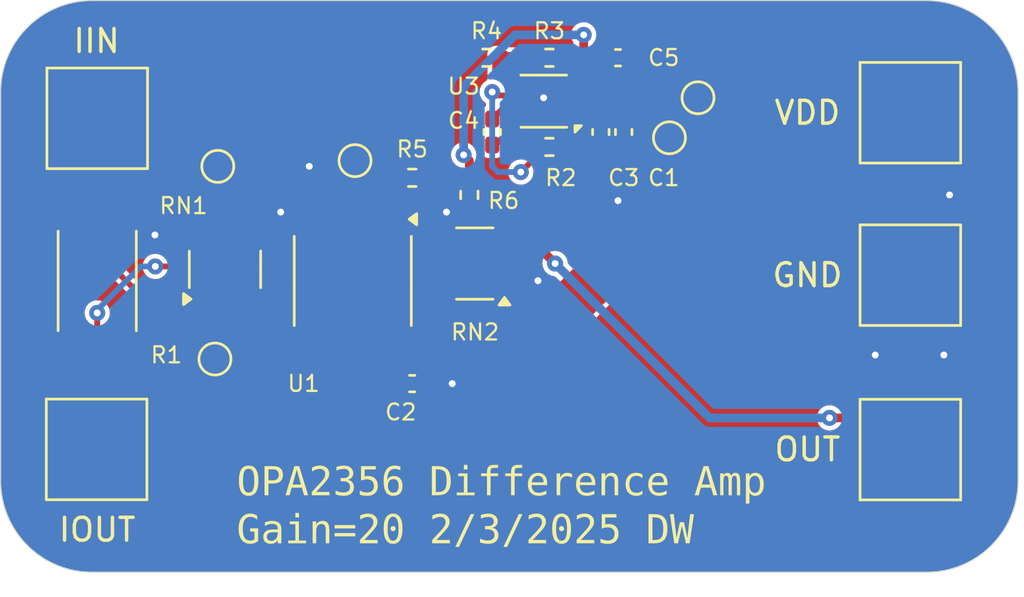
<source format=kicad_pcb>
(kicad_pcb (version 20240108) (generator "pcbnew") (generator_version "8.0")
  (layers (0 "F.Cu" signal) (31 "B.Cu" signal) (34 "B.Paste" user) (35 "F.Paste" user) (36 "B.SilkS" user "B.Silkscreen") (37 "F.SilkS" user "F.Silkscreen") (38 "B.Mask" user) (39 "F.Mask" user) (44 "Edge.Cuts" user))
  (net 0 "")
  (net 1 "GND")
  (net 2 "/OUT")
  (net 3 "/IIN")
  (net 4 "/IOUT")
  (net 5 "Net-(RN1A-RMID1)")
  (net 6 "Net-(RN1B-RMID2)")
  (net 10 "Net-(RN2B-RMID2)")
  (net 13 "/RG1_FB")
  (net 14 "+3V3")
  (net 15 "-3V3")
  (net 16 "/CPOUT")
  (net 17 "/C+")
  (net 18 "/C-")
  (net 19 "/VFB")
  (net 20 "/EN")
  (footprint "Capacitor_SMD:C_0402_1005Metric_Pad0.74x0.62mm_HandSolder" (layer "F.Cu") (at 115.75 57.75 90)
    (property "Reference" "C3" (at -2 1 0) (layer "F.SilkS") (effects (font (size 0.7 0.7) (thickness 0.1))))
    (property "Value" "4u7")
    (fp_line (start -0.115835 -0.36) (end 0.115835 -0.36) (stroke (width 0.12)) (layer "F.SilkS"))
    (fp_line (start -0.115835 0.36) (end 0.115835 0.36) (stroke (width 0.12)) (layer "F.SilkS"))
    (pad "1" smd roundrect (at -0.5675 0 90) (size 0.735 0.62) (layers "F.Cu" "F.Paste" "F.Mask") (net 14 "+3V3"))
    (pad "2" smd roundrect (at 0.5675 0 90) (size 0.735 0.62) (layers "F.Cu" "F.Paste" "F.Mask") (net 1 "GND"))
  )
  (footprint "Package_TO_SOT_SMD:SOT-23-8" (layer "F.Cu") (at 99.314 63.754 90)
    (property "Reference" "RN1" (at 2.779 -1.814 0) (layer "F.SilkS") (effects (font (size 0.7 0.7) (thickness 0.1) (bold yes))))
    (property "Value" "RES11AXX")
    (fp_line (start 0 -1.56) (end 0.8 -1.56) (stroke (width 0.12)) (layer "F.SilkS"))
    (fp_line (start 0 -1.56) (end -0.8 -1.56) (stroke (width 0.12)) (layer "F.SilkS"))
    (fp_line (start 0 1.56) (end 0.8 1.56) (stroke (width 0.12)) (layer "F.SilkS"))
    (fp_line (start 0 1.56) (end -0.8 1.56) (stroke (width 0.12)) (layer "F.SilkS"))
    (fp_poly (pts (xy -1.3 -1.485) (xy -1.54 -1.815) (xy -1.06 -1.815) (xy -1.3 -1.485)) (stroke (width 0.12)) (fill solid) (layer "F.SilkS"))
    (pad "1" smd roundrect (at -1.1375 -0.975 90) (size 1.325 0.5) (layers "F.Cu" "F.Paste" "F.Mask") (net 3 "/IIN"))
    (pad "2" smd roundrect (at -1.1375 -0.325 90) (size 1.325 0.5) (layers "F.Cu" "F.Paste" "F.Mask") (net 5 "Net-(RN1A-RMID1)"))
    (pad "3" smd roundrect (at -1.1375 0.325 90) (size 1.325 0.5) (layers "F.Cu" "F.Paste" "F.Mask") (net 13 "/RG1_FB"))
    (pad "4" smd roundrect (at -1.1375 0.975 90) (size 1.325 0.5) (layers "F.Cu" "F.Paste" "F.Mask"))
    (pad "5" smd roundrect (at 1.1375 0.975 90) (size 1.325 0.5) (layers "F.Cu" "F.Paste" "F.Mask") (net 1 "GND"))
    (pad "6" smd roundrect (at 1.1375 0.325 90) (size 1.325 0.5) (layers "F.Cu" "F.Paste" "F.Mask") (net 6 "Net-(RN1B-RMID2)"))
    (pad "7" smd roundrect (at 1.1375 -0.325 90) (size 1.325 0.5) (layers "F.Cu" "F.Paste" "F.Mask") (net 4 "/IOUT"))
    (pad "8" smd roundrect (at 1.1375 -0.975 90) (size 1.325 0.5) (layers "F.Cu" "F.Paste" "F.Mask") (net 1 "GND"))
  )
  (footprint "Resistor_SMD:R_0402_1005Metric_Pad0.72x0.64mm_HandSolder" (layer "F.Cu") (at 110 60.5 90)
    (property "Reference" "R6" (at -0.25 1.5 0) (layer "F.SilkS") (effects (font (size 0.7 0.7) (thickness 0.1))))
    (property "Value" "800R")
    (fp_line (start -0.167621 -0.38) (end 0.167621 -0.38) (stroke (width 0.12)) (layer "F.SilkS"))
    (fp_line (start -0.167621 0.38) (end 0.167621 0.38) (stroke (width 0.12)) (layer "F.SilkS"))
    (pad "1" smd roundrect (at -0.5975 0 90) (size 0.715 0.64) (layers "F.Cu" "F.Paste" "F.Mask") (net 2 "/OUT"))
    (pad "2" smd roundrect (at 0.5975 0 90) (size 0.715 0.64) (layers "F.Cu" "F.Paste" "F.Mask") (net 15 "-3V3"))
  )
  (footprint "TestPoint:TestPoint_Pad_D1.0mm" (layer "F.Cu") (at 98.875 67.675)
    (property "Reference" "TP2" (hide yes))
    (property "Value" "TestPoint")
    (fp_circle (center 0 0) (end 0 0.7) (stroke (width 0.12)) (fill none) (layer "F.SilkS"))
    (pad "1" smd circle (at 0 0) (size 1 1) (layers "F.Cu" "F.Mask") (net 3 "/IIN"))
  )
  (footprint "Resistor_SMD:R_0402_1005Metric_Pad0.72x0.64mm_HandSolder" (layer "F.Cu") (at 110.75 54.5)
    (property "Reference" "R4" (at 0 -1.17 0) (layer "F.SilkS") (effects (font (size 0.7 0.7) (thickness 0.1))))
    (property "Value" "51k")
    (fp_line (start -0.167621 -0.38) (end 0.167621 -0.38) (stroke (width 0.12)) (layer "F.SilkS"))
    (fp_line (start -0.167621 0.38) (end 0.167621 0.38) (stroke (width 0.12)) (layer "F.SilkS"))
    (pad "1" smd roundrect (at -0.5975 0) (size 0.715 0.64) (layers "F.Cu" "F.Paste" "F.Mask") (net 1 "GND"))
    (pad "2" smd roundrect (at 0.5975 0) (size 0.715 0.64) (layers "F.Cu" "F.Paste" "F.Mask") (net 19 "/VFB"))
  )
  (footprint "TestPoint:TestPoint_Pad_D1.0mm" (layer "F.Cu") (at 120 56.25)
    (property "Reference" "TP4" (hide yes))
    (property "Value" "TestPoint")
    (fp_circle (center 0 0) (end 0 0.7) (stroke (width 0.12)) (fill none) (layer "F.SilkS"))
    (pad "1" smd circle (at 0 0) (size 1 1) (layers "F.Cu" "F.Mask") (net 15 "-3V3"))
  )
  (footprint "TestPoint:TestPoint_Pad_4.0x4.0mm" (layer "F.Cu") (at 93.726 57.15 -90)
    (property "Reference" "J3" (hide yes))
    (property "Value" "IIN" (at -3.382 0.028 180) (layer "F.SilkS"))
    (fp_line (start -2.2 2.2) (end -2.2 -2.2) (stroke (width 0.12)) (layer "F.SilkS"))
    (fp_line (start 2.2 2.2) (end -2.2 2.2) (stroke (width 0.12)) (layer "F.SilkS"))
    (fp_line (start -2.2 -2.2) (end 2.2 -2.2) (stroke (width 0.12)) (layer "F.SilkS"))
    (fp_line (start 2.2 -2.2) (end 2.2 2.2) (stroke (width 0.12)) (layer "F.SilkS"))
    (pad "1" smd rect (at 0 0 270) (size 4 4) (layers "F.Cu" "F.Mask") (net 3 "/IIN"))
  )
  (footprint "TestPoint:TestPoint_Pad_D1.0mm" (layer "F.Cu") (at 99 59.25)
    (property "Reference" "TP3" (hide yes))
    (property "Value" "TestPoint")
    (fp_circle (center 0 0) (end 0 0.7) (stroke (width 0.12)) (fill none) (layer "F.SilkS"))
    (pad "1" smd circle (at 0 0) (size 1 1) (layers "F.Cu" "F.Mask") (net 4 "/IOUT"))
  )
  (footprint "Package_TO_SOT_SMD:SOT-23-8" (layer "F.Cu") (at 110.236 63.5 180)
    (property "Reference" "RN2" (at -0.014 -3 180) (layer "F.SilkS") (effects (font (size 0.7 0.7) (thickness 0.1))))
    (property "Value" "RES11AXX")
    (fp_line (start 0 1.56) (end 0.8 1.56) (stroke (width 0.12)) (layer "F.SilkS"))
    (fp_line (start 0 1.56) (end -0.8 1.56) (stroke (width 0.12)) (layer "F.SilkS"))
    (fp_line (start 0 -1.56) (end 0.8 -1.56) (stroke (width 0.12)) (layer "F.SilkS"))
    (fp_line (start 0 -1.56) (end -0.8 -1.56) (stroke (width 0.12)) (layer "F.SilkS"))
    (fp_poly (pts (xy -1.3 -1.485) (xy -1.54 -1.815) (xy -1.06 -1.815) (xy -1.3 -1.485)) (stroke (width 0.12)) (fill solid) (layer "F.SilkS"))
    (pad "1" smd roundrect (at -1.1375 -0.975 180) (size 1.325 0.5) (layers "F.Cu" "F.Paste" "F.Mask"))
    (pad "2" smd roundrect (at -1.1375 -0.325 180) (size 1.325 0.5) (layers "F.Cu" "F.Paste" "F.Mask"))
    (pad "3" smd roundrect (at -1.1375 0.325 180) (size 1.325 0.5) (layers "F.Cu" "F.Paste" "F.Mask"))
    (pad "4" smd roundrect (at -1.1375 0.975 180) (size 1.325 0.5) (layers "F.Cu" "F.Paste" "F.Mask"))
    (pad "5" smd roundrect (at 1.1375 0.975 180) (size 1.325 0.5) (layers "F.Cu" "F.Paste" "F.Mask") (net 1 "GND"))
    (pad "6" smd roundrect (at 1.1375 0.325 180) (size 1.325 0.5) (layers "F.Cu" "F.Paste" "F.Mask") (net 10 "Net-(RN2B-RMID2)"))
    (pad "7" smd roundrect (at 1.1375 -0.325 180) (size 1.325 0.5) (layers "F.Cu" "F.Paste" "F.Mask") (net 2 "/OUT"))
    (pad "8" smd roundrect (at 1.1375 -0.975 180) (size 1.325 0.5) (layers "F.Cu" "F.Paste" "F.Mask") (net 1 "GND"))
  )
  (footprint "TestPoint:TestPoint_Pad_D1.0mm" (layer "F.Cu") (at 105 59)
    (property "Reference" "TP1" (hide yes))
    (property "Value" "TestPoint")
    (fp_circle (center 0 0) (end 0 0.7) (stroke (width 0.12)) (fill none) (layer "F.SilkS"))
    (pad "1" smd circle (at 0 0) (size 1 1) (layers "F.Cu" "F.Mask") (net 13 "/RG1_FB"))
  )
  (footprint "Fiducial:Fiducial_0.5mm_Mask1mm" (layer "F.Cu") (at 97.75 75.75)
    (property "Reference" "FID1" (hide yes))
    (property "Value" "Fiducial")
    (pad "" smd circle (at 0 0) (size 0.5 0.5) (layers "F.Cu" "F.Mask") (clearance 0.25))
  )
  (footprint "TestPoint:TestPoint_Pad_4.0x4.0mm" (layer "F.Cu") (at 129.286 64.008)
    (property "Reference" "J2" (hide yes))
    (property "Value" "GND" (at -4.5 0 0) (layer "F.SilkS"))
    (fp_line (start -2.2 -2.2) (end 2.2 -2.2) (stroke (width 0.12)) (layer "F.SilkS"))
    (fp_line (start -2.2 2.2) (end -2.2 -2.2) (stroke (width 0.12)) (layer "F.SilkS"))
    (fp_line (start 2.2 -2.2) (end 2.2 2.2) (stroke (width 0.12)) (layer "F.SilkS"))
    (fp_line (start 2.2 2.2) (end -2.2 2.2) (stroke (width 0.12)) (layer "F.SilkS"))
    (pad "1" smd rect (at 0 0) (size 4 4) (layers "F.Cu" "F.Mask") (net 1 "GND"))
  )
  (footprint "Capacitor_SMD:C_0402_1005Metric_Pad0.74x0.62mm_HandSolder" (layer "F.Cu") (at 111 57.75 90)
    (property "Reference" "C4" (at 0.5 -1.25 0) (layer "F.SilkS") (effects (font (size 0.7 0.7) (thickness 0.1))))
    (property "Value" "1u")
    (fp_line (start -0.115835 -0.36) (end 0.115835 -0.36) (stroke (width 0.12)) (layer "F.SilkS"))
    (fp_line (start -0.115835 0.36) (end 0.115835 0.36) (stroke (width 0.12)) (layer "F.SilkS"))
    (pad "1" smd roundrect (at -0.5675 0 90) (size 0.735 0.62) (layers "F.Cu" "F.Paste" "F.Mask") (net 17 "/C+"))
    (pad "2" smd roundrect (at 0.5675 0 90) (size 0.735 0.62) (layers "F.Cu" "F.Paste" "F.Mask") (net 18 "/C-"))
  )
  (footprint "TestPoint:TestPoint_Pad_D1.0mm" (layer "F.Cu") (at 118.75 58)
    (property "Reference" "TP5" (hide yes))
    (property "Value" "TestPoint")
    (fp_circle (center 0 0) (end 0 0.7) (stroke (width 0.12)) (fill none) (layer "F.SilkS"))
    (pad "1" smd circle (at 0 0) (size 1 1) (layers "F.Cu" "F.Mask") (net 16 "/CPOUT"))
  )
  (footprint "TestPoint:TestPoint_Pad_4.0x4.0mm" (layer "F.Cu") (at 93.7 71.628)
    (property "Reference" "J4" (hide yes))
    (property "Value" "IOUT" (at 0.026 3.514 180) (layer "F.SilkS"))
    (fp_line (start -2.2 -2.2) (end 2.2 -2.2) (stroke (width 0.12)) (layer "F.SilkS"))
    (fp_line (start -2.2 2.2) (end -2.2 -2.2) (stroke (width 0.12)) (layer "F.SilkS"))
    (fp_line (start 2.2 -2.2) (end 2.2 2.2) (stroke (width 0.12)) (layer "F.SilkS"))
    (fp_line (start 2.2 2.2) (end -2.2 2.2) (stroke (width 0.12)) (layer "F.SilkS"))
    (pad "1" smd rect (at 0 0) (size 4 4) (layers "F.Cu" "F.Mask") (net 4 "/IOUT"))
  )
  (footprint "Capacitor_SMD:C_0402_1005Metric_Pad0.74x0.62mm_HandSolder" (layer "F.Cu") (at 116.75 57.75 -90)
    (property "Reference" "C1" (at 2 -1.75 180) (layer "F.SilkS") (effects (font (size 0.7 0.7) (thickness 0.1))))
    (property "Value" "4u7")
    (fp_line (start -0.115835 0.36) (end 0.115835 0.36) (stroke (width 0.12)) (layer "F.SilkS"))
    (fp_line (start -0.115835 -0.36) (end 0.115835 -0.36) (stroke (width 0.12)) (layer "F.SilkS"))
    (pad "1" smd roundrect (at -0.5675 0 270) (size 0.735 0.62) (layers "F.Cu" "F.Paste" "F.Mask") (net 16 "/CPOUT"))
    (pad "2" smd roundrect (at 0.5675 0 270) (size 0.735 0.62) (layers "F.Cu" "F.Paste" "F.Mask") (net 1 "GND"))
  )
  (footprint "Fiducial:Fiducial_0.5mm_Mask1mm" (layer "F.Cu") (at 97.75 53.25)
    (property "Reference" "FID2" (hide yes))
    (property "Value" "Fiducial")
    (pad "" smd circle (at 0 0) (size 0.5 0.5) (layers "F.Cu" "F.Mask") (clearance 0.25))
  )
  (footprint "Capacitor_SMD:C_0402_1005Metric_Pad0.74x0.62mm_HandSolder" (layer "F.Cu") (at 107.5 68.75)
    (property "Reference" "C2" (at -0.5 1.25 0) (layer "F.SilkS") (effects (font (size 0.7 0.7) (thickness 0.1))))
    (property "Value" "100n")
    (fp_line (start -0.115835 -0.36) (end 0.115835 -0.36) (stroke (width 0.12)) (layer "F.SilkS"))
    (fp_line (start -0.115835 0.36) (end 0.115835 0.36) (stroke (width 0.12)) (layer "F.SilkS"))
    (pad "1" smd roundrect (at -0.5675 0) (size 0.735 0.62) (layers "F.Cu" "F.Paste" "F.Mask") (net 14 "+3V3"))
    (pad "2" smd roundrect (at 0.5675 0) (size 0.735 0.62) (layers "F.Cu" "F.Paste" "F.Mask") (net 1 "GND"))
  )
  (footprint "Resistor_SMD:R_0402_1005Metric_Pad0.72x0.64mm_HandSolder" (layer "F.Cu") (at 113.5 58.4 180)
    (property "Reference" "R2" (at -0.5 -1.35 180) (layer "F.SilkS") (effects (font (size 0.7 0.7) (thickness 0.1))))
    (property "Value" "2k")
    (fp_line (start -0.167621 0.38) (end 0.167621 0.38) (stroke (width 0.12)) (layer "F.SilkS"))
    (fp_line (start -0.167621 -0.38) (end 0.167621 -0.38) (stroke (width 0.12)) (layer "F.SilkS"))
    (pad "1" smd roundrect (at -0.5975 0 180) (size 0.715 0.64) (layers "F.Cu" "F.Paste" "F.Mask") (net 14 "+3V3"))
    (pad "2" smd roundrect (at 0.5975 0 180) (size 0.715 0.64) (layers "F.Cu" "F.Paste" "F.Mask") (net 20 "/EN"))
  )
  (footprint "Capacitor_SMD:C_0402_1005Metric_Pad0.74x0.62mm_HandSolder" (layer "F.Cu") (at 116.5 54.5)
    (property "Reference" "C5" (at 2 0 360) (layer "F.SilkS") (effects (font (size 0.7 0.7) (thickness 0.1))))
    (property "Value" "4u7")
    (fp_line (start -0.115835 -0.36) (end 0.115835 -0.36) (stroke (width 0.12)) (layer "F.SilkS"))
    (fp_line (start -0.115835 0.36) (end 0.115835 0.36) (stroke (width 0.12)) (layer "F.SilkS"))
    (pad "1" smd roundrect (at -0.5675 0) (size 0.735 0.62) (layers "F.Cu" "F.Paste" "F.Mask") (net 15 "-3V3"))
    (pad "2" smd roundrect (at 0.5675 0) (size 0.735 0.62) (layers "F.Cu" "F.Paste" "F.Mask") (net 1 "GND"))
  )
  (footprint "TestPoint:TestPoint_Pad_4.0x4.0mm" (layer "F.Cu") (at 129.286 71.6365 -90)
    (property "Reference" "J5" (hide yes))
    (property "Value" "OUT" (at -0.0085 4.5 180) (layer "F.SilkS"))
    (fp_line (start -2.2 2.2) (end -2.2 -2.2) (stroke (width 0.12)) (layer "F.SilkS"))
    (fp_line (start 2.2 2.2) (end -2.2 2.2) (stroke (width 0.12)) (layer "F.SilkS"))
    (fp_line (start -2.2 -2.2) (end 2.2 -2.2) (stroke (width 0.12)) (layer "F.SilkS"))
    (fp_line (start 2.2 -2.2) (end 2.2 2.2) (stroke (width 0.12)) (layer "F.SilkS"))
    (pad "1" smd rect (at 0 0 270) (size 4 4) (layers "F.Cu" "F.Mask") (net 2 "/OUT"))
  )
  (footprint "TestPoint:TestPoint_Pad_4.0x4.0mm" (layer "F.Cu") (at 129.286 56.9045)
    (property "Reference" "J1" (hide yes))
    (property "Value" "VDD" (at -4.5 0 0) (layer "F.SilkS"))
    (fp_line (start -2.2 -2.2) (end 2.2 -2.2) (stroke (width 0.12)) (layer "F.SilkS"))
    (fp_line (start -2.2 2.2) (end -2.2 -2.2) (stroke (width 0.12)) (layer "F.SilkS"))
    (fp_line (start 2.2 -2.2) (end 2.2 2.2) (stroke (width 0.12)) (layer "F.SilkS"))
    (fp_line (start 2.2 2.2) (end -2.2 2.2) (stroke (width 0.12)) (layer "F.SilkS"))
    (pad "1" smd rect (at 0 0) (size 4 4) (layers "F.Cu" "F.Mask") (net 14 "+3V3"))
  )
  (footprint "Resistor_SMD:R_2512_6332Metric_Pad1.40x3.35mm_HandSolder" (layer "F.Cu") (at 93.726 64.262 -90)
    (property "Reference" "R1" (at 3.238 -3.024 180) (layer "F.SilkS") (effects (font (size 0.7 0.7) (thickness 0.1))))
    (property "Value" "RSENSE")
    (fp_line (start -2.177064 1.71) (end 2.177064 1.71) (stroke (width 0.12)) (layer "F.SilkS"))
    (fp_line (start -2.177064 -1.71) (end 2.177064 -1.71) (stroke (width 0.12)) (layer "F.SilkS"))
    (pad "1" smd roundrect (at -3.05 0 270) (size 1.4 3.35) (layers "F.Cu" "F.Paste" "F.Mask") (roundrect_rratio 0.178571) (net 3 "/IIN"))
    (pad "2" smd roundrect (at 3.05 0 270) (size 1.4 3.35) (layers "F.Cu" "F.Paste" "F.Mask") (roundrect_rratio 0.178571) (net 4 "/IOUT"))
  )
  (footprint "Package_SO:SOIC-8_3.9x4.9mm_P1.27mm" (layer "F.Cu") (at 104.902 64.262 -90)
    (property "Reference" "U1" (at 4.488 2.152 180) (layer "F.SilkS") (effects (font (size 0.7 0.7) (thickness 0.1))))
    (property "Value" "OPA2356xxD")
    (fp_line (start 0 2.56) (end -1.95 2.56) (stroke (width 0.12)) (layer "F.SilkS"))
    (fp_line (start 0 2.56) (end 1.95 2.56) (stroke (width 0.12)) (layer "F.SilkS"))
    (fp_line (start 0 -2.56) (end -1.95 -2.56) (stroke (width 0.12)) (layer "F.SilkS"))
    (fp_line (start 0 -2.56) (end 1.95 -2.56) (stroke (width 0.12)) (layer "F.SilkS"))
    (fp_poly (pts (xy -2.7 -2.465) (xy -2.94 -2.795) (xy -2.46 -2.795) (xy -2.7 -2.465)) (stroke (width 0.12)) (fill solid) (layer "F.SilkS"))
    (pad "1" smd roundrect (at -2.475 -1.905 270) (size 1.95 0.6) (layers "F.Cu" "F.Paste" "F.Mask") (net 13 "/RG1_FB"))
    (pad "2" smd roundrect (at -2.475 -0.635 270) (size 1.95 0.6) (layers "F.Cu" "F.Paste" "F.Mask") (net 5 "Net-(RN1A-RMID1)"))
    (pad "3" smd roundrect (at -2.475 0.635 270) (size 1.95 0.6) (layers "F.Cu" "F.Paste" "F.Mask") (net 6 "Net-(RN1B-RMID2)"))
    (pad "4" smd roundrect (at -2.475 1.905 270) (size 1.95 0.6) (layers "F.Cu" "F.Paste" "F.Mask") (net 1 "GND"))
    (pad "5" smd roundrect (at 2.475 1.905 270) (size 1.95 0.6) (layers "F.Cu" "F.Paste" "F.Mask") (net 13 "/RG1_FB"))
    (pad "6" smd roundrect (at 2.475 0.635 270) (size 1.95 0.6) (layers "F.Cu" "F.Paste" "F.Mask") (net 10 "Net-(RN2B-RMID2)"))
    (pad "7" smd roundrect (at 2.475 -0.635 270) (size 1.95 0.6) (layers "F.Cu" "F.Paste" "F.Mask") (net 2 "/OUT"))
    (pad "8" smd roundrect (at 2.475 -1.905 270) (size 1.95 0.6) (layers "F.Cu" "F.Paste" "F.Mask") (net 14 "+3V3"))
  )
  (footprint "Resistor_SMD:R_0402_1005Metric_Pad0.72x0.64mm_HandSolder" (layer "F.Cu") (at 113.5 54.5)
    (property "Reference" "R3" (at 0 -1.17 0) (layer "F.SilkS") (effects (font (size 0.7 0.7) (thickness 0.1))))
    (property "Value" "86.6k")
    (fp_line (start -0.167621 -0.38) (end 0.167621 -0.38) (stroke (width 0.12)) (layer "F.SilkS"))
    (fp_line (start -0.167621 0.38) (end 0.167621 0.38) (stroke (width 0.12)) (layer "F.SilkS"))
    (pad "1" smd roundrect (at -0.5975 0) (size 0.715 0.64) (layers "F.Cu" "F.Paste" "F.Mask") (net 19 "/VFB"))
    (pad "2" smd roundrect (at 0.5975 0) (size 0.715 0.64) (layers "F.Cu" "F.Paste" "F.Mask") (net 15 "-3V3"))
  )
  (footprint "Fiducial:Fiducial_0.5mm_Mask1mm" (layer "F.Cu") (at 129.5 75.75)
    (property "Reference" "FID3" (hide yes))
    (property "Value" "Fiducial")
    (pad "" smd circle (at 0 0) (size 0.5 0.5) (layers "F.Cu" "F.Mask") (clearance 0.25))
  )
  (footprint "Package_SON:WSON-8-1EP_2x2mm_P0.5mm_EP0.9x1.6mm" (layer "F.Cu") (at 113.25 56.4 180)
    (property "Reference" "U3" (at 3.5 0.65 180) (layer "F.SilkS") (effects (font (size 0.7 0.7) (thickness 0.1))))
    (property "Value" "LM27761")
    (fp_line (start -1 1.14) (end 1 1.14) (stroke (width 0.12)) (layer "F.SilkS"))
    (fp_line (start -1.01 -1.14) (end 0.99 -1.14) (stroke (width 0.12)) (layer "F.SilkS"))
    (fp_poly (pts (xy -1.37 -1.07) (xy -1.65 -1.07) (xy -1.37 -1.35) (xy -1.37 -1.07)) (stroke (width 0.12)) (fill solid) (layer "F.SilkS"))
    (pad "1" smd roundrect (at -0.95 -0.75 180) (size 0.5 0.25) (layers "F.Cu" "F.Paste" "F.Mask") (net 14 "+3V3"))
    (pad "2" smd roundrect (at -0.95 -0.25 180) (size 0.5 0.25) (layers "F.Cu" "F.Paste" "F.Mask") (net 1 "GND"))
    (pad "3" smd roundrect (at -0.95 0.25 180) (size 0.5 0.25) (layers "F.Cu" "F.Paste" "F.Mask") (net 16 "/CPOUT"))
    (pad "4" smd roundrect (at -0.95 0.75 180) (size 0.5 0.25) (layers "F.Cu" "F.Paste" "F.Mask") (net 15 "-3V3"))
    (pad "5" smd roundrect (at 0.95 0.75 180) (size 0.5 0.25) (layers "F.Cu" "F.Paste" "F.Mask") (net 19 "/VFB"))
    (pad "6" smd roundrect (at 0.95 0.25 180) (size 0.5 0.25) (layers "F.Cu" "F.Paste" "F.Mask") (net 20 "/EN"))
    (pad "7" smd roundrect (at 0.95 -0.25 180) (size 0.5 0.25) (layers "F.Cu" "F.Paste" "F.Mask") (net 18 "/C-"))
    (pad "8" smd roundrect (at 0.95 -0.75 180) (size 0.5 0.25) (layers "F.Cu" "F.Paste" "F.Mask") (net 17 "/C+"))
    (pad "9" smd rect (at 0 0 180) (size 0.9 1.6) (layers "F.Cu" "F.Mask") (net 1 "GND"))
  )
  (footprint "Resistor_SMD:R_0402_1005Metric_Pad0.72x0.64mm_HandSolder" (layer "F.Cu") (at 107.5 59.75)
    (property "Reference" "R5" (at 0 -1.25 0) (layer "F.SilkS") (effects (font (size 0.7 0.7) (thickness 0.1))))
    (property "Value" "800R")
    (fp_line (start -0.167621 -0.38) (end 0.167621 -0.38) (stroke (width 0.12)) (layer "F.SilkS"))
    (fp_line (start -0.167621 0.38) (end 0.167621 0.38) (stroke (width 0.12)) (layer "F.SilkS"))
    (pad "1" smd roundrect (at -0.5975 0) (size 0.715 0.64) (layers "F.Cu" "F.Paste" "F.Mask") (net 13 "/RG1_FB"))
    (pad "2" smd roundrect (at 0.5975 0) (size 0.715 0.64) (layers "F.Cu" "F.Paste" "F.Mask") (net 15 "-3V3"))
  )
  (gr_arc (start 93.5 77) (mid 90.671573 75.828427) (end 89.5 73) (stroke (width 0.05)) (layer "Edge.Cuts"))
  (gr_line (start 134 56) (end 134 73) (stroke (width 0.05)) (layer "Edge.Cuts"))
  (gr_arc (start 130 52) (mid 132.828427 53.171573) (end 134 56) (stroke (width 0.05)) (layer "Edge.Cuts"))
  (gr_arc (start 89.5 56) (mid 90.671573 53.171573) (end 93.5 52) (stroke (width 0.05)) (layer "Edge.Cuts"))
  (gr_line (start 130 77) (end 93.5 77) (stroke (width 0.05)) (layer "Edge.Cuts"))
  (gr_line (start 93.5 52) (end 130 52) (stroke (width 0.05)) (layer "Edge.Cuts"))
  (gr_line (start 89.5 73) (end 89.5 56) (stroke (width 0.05)) (layer "Edge.Cuts"))
  (gr_arc (start 134 73) (mid 132.828427 75.828427) (end 130 77) (stroke (width 0.05)) (layer "Edge.Cuts"))
  (gr_text "OPA2356 Difference Amp \nGain=20 2/3/2025 DW\n" (at 99.822 75.946 0) (layer "F.SilkS") (effects (font (size 1.25 1.25)) (justify left bottom)))
  (segment (start 108.0675 68.75) (end 109.25 68.75) (width 0.381) (layer "F.Cu") (net 1))
  (via (at 127.75 67.5) (size 0.7) (drill 0.3) (layers "F.Cu" "B.Cu") (net 1))
  (via (at 113 64.25) (size 0.7) (drill 0.3) (layers "F.Cu" "B.Cu") (net 1))
  (via (at 109.25 68.75) (size 0.7) (drill 0.3) (layers "F.Cu" "B.Cu") (net 1))
  (via (at 131 60.5) (size 0.7) (drill 0.3) (layers "F.Cu" "B.Cu") (net 1))
  (via (at 103 59.25) (size 0.7) (drill 0.3) (layers "F.Cu" "B.Cu") (net 1))
  (via (at 113.25 56.25) (size 0.7) (drill 0.3) (layers "F.Cu" "B.Cu") (net 1))
  (via (at 96.25 62.25) (size 0.7) (drill 0.3) (layers "F.Cu" "B.Cu") (net 1))
  (via (at 101.75 61.25) (size 0.7) (drill 0.3) (layers "F.Cu" "B.Cu") (net 1))
  (via (at 130.75 67.5) (size 0.7) (drill 0.3) (layers "F.Cu" "B.Cu") (net 1))
  (via (at 109 61.25) (size 0.7) (drill 0.3) (layers "F.Cu" "B.Cu") (net 1))
  (via (at 116.5 60.75) (size 0.7) (drill 0.3) (layers "F.Cu" "B.Cu") (net 1))
  (segment (start 110.25 62.25351) (end 110.75351 61.75) (width 0.381) (layer "F.Cu") (net 2))
  (segment (start 107.474001 63.825) (end 109.0985 63.825) (width 0.381) (layer "F.Cu") (net 2))
  (segment (start 105.537 66.737) (end 105.537 65.762001) (width 0.381) (layer "F.Cu") (net 2))
  (segment (start 110.25 63.41849) (end 110.25 62.25351) (width 0.381) (layer "F.Cu") (net 2))
  (segment (start 109.84349 63.825) (end 110.25 63.41849) (width 0.381) (layer "F.Cu") (net 2))
  (segment (start 125.75 70.25) (end 127.8995 70.25) (width 0.381) (layer "F.Cu") (net 2))
  (segment (start 127.8995 70.25) (end 129.286 71.6365) (width 0.381) (layer "F.Cu") (net 2))
  (segment (start 112.5 62.25) (end 113.75 63.5) (width 0.381) (layer "F.Cu") (net 2))
  (segment (start 110.10101 61.0975) (end 110.75351 61.75) (width 0.381) (layer "F.Cu") (net 2))
  (segment (start 112 61.75) (end 112.5 62.25) (width 0.381) (layer "F.Cu") (net 2))
  (segment (start 105.537 65.762001) (end 107.474001 63.825) (width 0.381) (layer "F.Cu") (net 2))
  (segment (start 109.0985 63.825) (end 109.84349 63.825) (width 0.381) (layer "F.Cu") (net 2))
  (segment (start 110 61.0975) (end 110.10101 61.0975) (width 0.381) (layer "F.Cu") (net 2))
  (segment (start 110.75351 61.75) (end 112 61.75) (width 0.381) (layer "F.Cu") (net 2))
  (via (at 125.75 70.25) (size 0.7) (drill 0.3) (layers "F.Cu" "B.Cu") (net 2))
  (via (at 113.75 63.5) (size 0.7) (drill 0.3) (layers "F.Cu" "B.Cu") (net 2))
  (segment (start 113.75 63.5) (end 120.5 70.25) (width 0.381) (layer "B.Cu") (net 2))
  (segment (start 120.5 70.25) (end 125.75 70.25) (width 0.381) (layer "B.Cu") (net 2))
  (segment (start 98.339 66.339) (end 98.339 64.8915) (width 0.381) (layer "F.Cu") (net 3))
  (segment (start 93.853 61.339) (end 93.726 61.212) (width 0.254) (layer "F.Cu") (net 3))
  (segment (start 93.726 62.992) (end 93.726 61.212) (width 0.254) (layer "F.Cu") (net 3))
  (segment (start 98.875 66.875) (end 98.339 66.339) (width 0.381) (layer "F.Cu") (net 3))
  (segment (start 98.875 67.675) (end 98.875 66.875) (width 0.381) (layer "F.Cu") (net 3))
  (segment (start 98.339 64.8915) (end 95.6255 64.8915) (width 0.254) (layer "F.Cu") (net 3))
  (segment (start 95.6255 64.8915) (end 93.726 62.992) (width 0.254) (layer "F.Cu") (net 3))
  (segment (start 98.640999 63.627) (end 96.266 63.627) (width 0.254) (layer "F.Cu") (net 4))
  (segment (start 99 59.25) (end 99 62.6055) (width 0.381) (layer "F.Cu") (net 4))
  (segment (start 99 62.6055) (end 98.989 62.6165) (width 0.381) (layer "F.Cu") (net 4))
  (segment (start 98.989 63.278999) (end 98.640999 63.627) (width 0.254) (layer "F.Cu") (net 4))
  (segment (start 98.989 62.6165) (end 98.989 63.278999) (width 0.254) (layer "F.Cu") (net 4))
  (segment (start 93.726 65.659) (end 93.726 67.312) (width 0.254) (layer "F.Cu") (net 4))
  (via (at 96.266 63.627) (size 0.7) (drill 0.3) (layers "F.Cu" "B.Cu") (net 4))
  (via (at 93.726 65.659) (size 0.7) (drill 0.3) (layers "F.Cu" "B.Cu") (net 4))
  (segment (start 95.631 63.627) (end 94.361 64.897) (width 0.254) (layer "B.Cu") (net 4))
  (segment (start 96.266 63.627) (end 95.631 63.627) (width 0.254) (layer "B.Cu") (net 4))
  (segment (start 94.361 64.897) (end 93.726 65.532) (width 0.254) (layer "B.Cu") (net 4))
  (segment (start 93.726 65.532) (end 93.726 65.659) (width 0.254) (layer "B.Cu") (net 4))
  (segment (start 98.989 64.8915) (end 98.989 64.14651) (width 0.381) (layer "F.Cu") (net 5))
  (segment (start 98.989 64.14651) (end 99.38151 63.754) (width 0.381) (layer "F.Cu") (net 5))
  (segment (start 105.537 62.611) (end 105.537 61.787) (width 0.381) (layer "F.Cu") (net 5))
  (segment (start 104.394 63.754) (end 105.537 62.611) (width 0.381) (layer "F.Cu") (net 5))
  (segment (start 99.38151 63.754) (end 104.394 63.754) (width 0.381) (layer "F.Cu") (net 5))
  (segment (start 99.639 62.6165) (end 99.639 61.651) (width 0.381) (layer "F.Cu") (net 6))
  (segment (start 103.8555 60.4215) (end 104.267 60.833) (width 0.381) (layer "F.Cu") (net 6))
  (segment (start 100.8685 60.4215) (end 103.8555 60.4215) (width 0.381) (layer "F.Cu") (net 6))
  (segment (start 99.639 61.651) (end 100.8685 60.4215) (width 0.381) (layer "F.Cu") (net 6))
  (segment (start 104.267 60.833) (end 104.267 61.787) (width 0.381) (layer "F.Cu") (net 6))
  (segment (start 107.259 63.175) (end 109.0985 63.175) (width 0.381) (layer "F.Cu") (net 10))
  (segment (start 104.267 66.737) (end 104.267 66.167) (width 0.381) (layer "F.Cu") (net 10))
  (segment (start 104.267 66.167) (end 107.259 63.175) (width 0.381) (layer "F.Cu") (net 10))
  (segment (start 106.807 62.45346) (end 106.807 61.787) (width 0.381) (layer "F.Cu") (net 13))
  (segment (start 102.997 66.737) (end 102.997 66.26346) (width 0.381) (layer "F.Cu") (net 13))
  (segment (start 106.807 61.787) (end 106.807 59.8455) (width 0.381) (layer "F.Cu") (net 13))
  (segment (start 106.1525 59) (end 106.9025 59.75) (width 0.381) (layer "F.Cu") (net 13))
  (segment (start 105 59) (end 106.1525 59) (width 0.381) (layer "F.Cu") (net 13))
  (segment (start 100.519 66.737) (end 99.639 65.857) (width 0.381) (layer "F.Cu") (net 13))
  (segment (start 102.997 66.737) (end 100.519 66.737) (width 0.381) (layer "F.Cu") (net 13))
  (segment (start 106.807 59.8455) (end 106.9025 59.75) (width 0.381) (layer "F.Cu") (net 13))
  (segment (start 102.997 66.26346) (end 106.807 62.45346) (width 0.381) (layer "F.Cu") (net 13))
  (segment (start 99.639 65.857) (end 99.639 64.8915) (width 0.381) (layer "F.Cu") (net 13))
  (segment (start 114.0975 58.4) (end 115.6675 58.4) (width 0.254) (layer "F.Cu") (net 14))
  (segment (start 114.0975 57.2525) (end 114.2 57.15) (width 0.254) (layer "F.Cu") (net 14))
  (segment (start 115.6675 58.4) (end 115.75 58.3175) (width 0.254) (layer "F.Cu") (net 14))
  (segment (start 129.2775 56.9045) (end 129.286 56.9045) (width 2.032) (layer "F.Cu") (net 14))
  (segment (start 114.0975 58.4) (end 114.0975 57.2525) (width 0.254) (layer "F.Cu") (net 14))
  (segment (start 117.978 61.722) (end 124.46 61.722) (width 2.032) (layer "F.Cu") (net 14))
  (segment (start 124.46 61.722) (end 129.2775 56.9045) (width 2.032) (layer "F.Cu") (net 14))
  (segment (start 106.9325 68.75) (end 106.9325 66.8625) (width 0.381) (layer "F.Cu") (net 14))
  (segment (start 113.3 66.4) (end 117.978 61.722) (width 2.032) (layer "F.Cu") (net 14))
  (segment (start 113.3 66.4) (end 115.75 63.95) (width 0.254) (layer "F.Cu") (net 14))
  (segment (start 106.9325 66.8625) (end 106.807 66.737) (width 0.381) (layer "F.Cu") (net 14))
  (segment (start 115.75 63.95) (end 115.75 58.3175) (width 0.254) (layer "F.Cu") (net 14))
  (segment (start 108.0975 59.75) (end 109.8475 59.75) (width 0.381) (layer "F.Cu") (net 15))
  (segment (start 110 59.9025) (end 110 59) (width 0.381) (layer "F.Cu") (net 15))
  (segment (start 114.75 54.5) (end 115.9325 54.5) (width 0.381) (layer "F.Cu") (net 15))
  (segment (start 115 53.5) (end 115 54.25) (width 0.381) (layer "F.Cu") (net 15))
  (segment (start 115.9325 54.6825) (end 115.9325 54.5) (width 0.381) (layer "F.Cu") (net 15))
  (segment (start 120 56.25) (end 117.5 56.25) (width 0.381) (layer "F.Cu") (net 15))
  (segment (start 114.0975 54.5) (end 114.0975 55.5475) (width 0.381) (layer "F.Cu") (net 15))
  (segment (start 115 54.25) (end 114.75 54.5) (width 0.381) (layer "F.Cu") (net 15))
  (segment (start 109.8475 59.75) (end 110 59.9025) (width 0.381) (layer "F.Cu") (net 15))
  (segment (start 114.0975 55.5475) (end 114.2 55.65) (width 0.381) (layer "F.Cu") (net 15))
  (segment (start 114.0975 54.5) (end 114.75 54.5) (width 0.381) (layer "F.Cu") (net 15))
  (segment (start 110 59) (end 109.75 58.75) (width 0.381) (layer "F.Cu") (net 15))
  (segment (start 117.5 56.25) (end 115.9325 54.6825) (width 0.381) (layer "F.Cu") (net 15))
  (via (at 109.75 58.75) (size 0.7) (drill 0.3) (layers "F.Cu" "B.Cu") (net 15))
  (via (at 115 53.5) (size 0.7) (drill 0.3) (layers "F.Cu" "B.Cu") (net 15))
  (segment (start 112 53.5) (end 115 53.5) (width 0.381) (layer "B.Cu") (net 15))
  (segment (start 110.1675 55.3325) (end 112 53.5) (width 0.381) (layer "B.Cu") (net 15))
  (segment (start 109.75 58.75) (end 109.75 56.25) (width 0.381) (layer "B.Cu") (net 15))
  (segment (start 109.75 55.75) (end 110 55.5) (width 0.381) (layer "B.Cu") (net 15))
  (segment (start 110 55.5) (end 110.1675 55.3325) (width 0.381) (layer "B.Cu") (net 15))
  (segment (start 109.75 56.25) (end 109.75 55.75) (width 0.381) (layer "B.Cu") (net 15))
  (segment (start 118.75 58) (end 117.5675 58) (width 0.381) (layer "F.Cu") (net 16))
  (segment (start 116.5 56) (end 115 56) (width 0.254) (layer "F.Cu") (net 16))
  (segment (start 115 56) (end 114.85 56.15) (width 0.254) (layer "F.Cu") (net 16))
  (segment (start 117.5675 58) (end 116.75 57.1825) (width 0.381) (layer "F.Cu") (net 16))
  (segment (start 116.75 57.1825) (end 116.75 56.25) (width 0.254) (layer "F.Cu") (net 16))
  (segment (start 116.75 56.25) (end 116.5 56) (width 0.254) (layer "F.Cu") (net 16))
  (segment (start 114.85 56.15) (end 114.2 56.15) (width 0.254) (layer "F.Cu") (net 16))
  (segment (start 111 58.3175) (end 111.1325 58.3175) (width 0.254) (layer "F.Cu") (net 17))
  (segment (start 111.1325 58.3175) (end 112.3 57.15) (width 0.254) (layer "F.Cu") (net 17))
  (segment (start 112.3 56.65) (end 111.5325 56.65) (width 0.254) (layer "F.Cu") (net 18))
  (segment (start 111.5325 56.65) (end 111 57.1825) (width 0.254) (layer "F.Cu") (net 18))
  (segment (start 112.9025 58.8475) (end 112.25 59.5) (width 0.254) (layer "F.Cu") (net 20))
  (segment (start 111.15 56.15) (end 112.3 56.15) (width 0.254) (layer "F.Cu") (net 20))
  (segment (start 111 56) (end 111.15 56.15) (width 0.254) (layer "F.Cu") (net 20))
  (segment (start 112.9025 58.4) (end 112.9025 58.8475) (width 0.254) (layer "F.Cu") (net 20))
  (via (at 112.25 59.5) (size 0.7) (drill 0.3) (layers "F.Cu" "B.Cu") (net 20))
  (via (at 111 56) (size 0.7) (drill 0.3) (layers "F.Cu" "B.Cu") (net 20))
  (segment (start 111.25 59.5) (end 111 59.25) (width 0.254) (layer "B.Cu") (net 20))
  (segment (start 111 59.25) (end 111 56) (width 0.254) (layer "B.Cu") (net 20))
  (segment (start 112.25 59.5) (end 111.25 59.5) (width 0.254) (layer "B.Cu") (net 20))
  (zone (net 14) (net_name "+3V3") (layer "F.Cu") (priority 3) (connect_pads yes (clearance 0.2)) (min_thickness 0.25) (fill yes (thermal_gap 0.5) (thermal_bridge_width 0.5) (smoothing chamfer) (radius 0.2))
    (polygon (pts (xy 114.663214 65.75) (xy 106.663214 65.75) (xy 106.663214 67.5) (xy 113.6 67.5) (xy 114.513214 66.6)))
  )
  (zone (net 4) (net_name "/IOUT") (layer "F.Cu") (priority 3) (connect_pads yes (clearance 0.2)) (min_thickness 0.25) (fill yes (thermal_gap 0.5) (thermal_bridge_width 0.5))
    (polygon (pts (xy 92.202 67.818) (xy 95.25 67.818) (xy 95.25 69.85) (xy 92.202 69.85)))
  )
  (zone (net 1) (net_name "GND") (layer "F.Cu") (priority 2) (connect_pads yes (clearance 0.2)) (min_thickness 0.25) (fill yes (thermal_gap 0.5) (thermal_bridge_width 0.5) (smoothing chamfer) (radius 0.2))
    (polygon (pts (xy 134 77) (xy 89.5 77) (xy 89.5 52) (xy 134 52)))
  )
  (zone (net 3) (net_name "/IIN") (layer "F.Cu") (priority 3) (connect_pads yes (clearance 0.2)) (min_thickness 0.25) (fill yes (thermal_gap 0.5) (thermal_bridge_width 0.5))
    (polygon (pts (xy 95.25 58.674) (xy 95.25 61.214) (xy 92.202 61.214) (xy 92.202 58.674)))
  )
  (zone (net 19) (net_name "/VFB") (layer "F.Cu") (priority 3) (connect_pads yes (clearance 0.2)) (min_thickness 0.25) (fill yes (thermal_gap 0.5) (thermal_bridge_width 0.5))
    (polygon (pts (xy 113.25 54.25) (xy 111 54.25) (xy 111 55.75) (xy 112.5 55.75) (xy 112.75 55) (xy 113.25 55)))
  )
  (zone (net 1) (net_name "GND") (layer "B.Cu") (priority 4) (connect_pads yes (clearance 0.2)) (min_thickness 0.25) (fill yes (thermal_gap 0.5) (thermal_bridge_width 0.5) (island_removal_mode 1) (island_area_min 10))
    (polygon (pts (xy 134 52) (xy 134 77) (xy 89.5 77) (xy 89.5 52)))
  )
)
</source>
